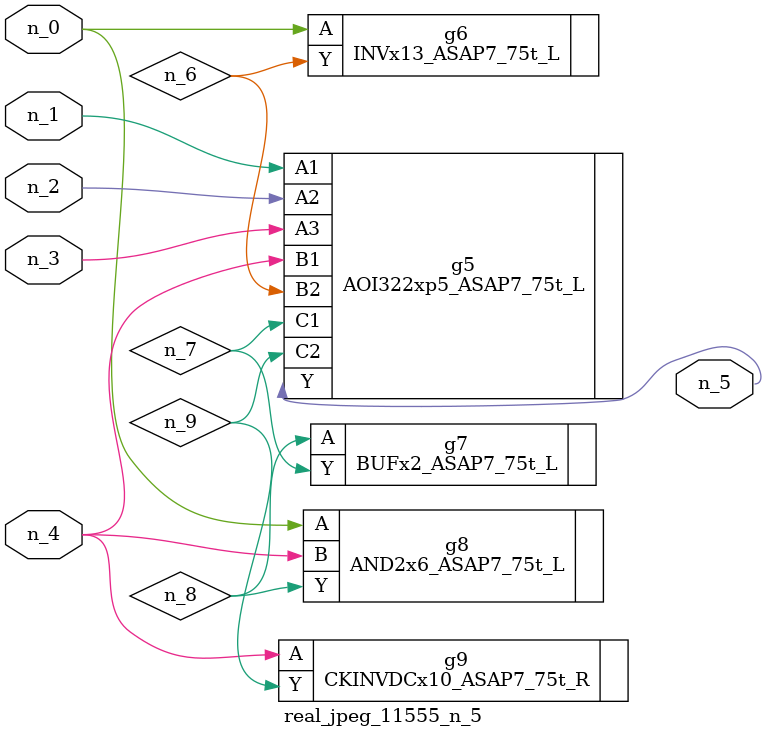
<source format=v>
module real_jpeg_11555_n_5 (n_4, n_0, n_1, n_2, n_3, n_5);

input n_4;
input n_0;
input n_1;
input n_2;
input n_3;

output n_5;

wire n_8;
wire n_6;
wire n_7;
wire n_9;

INVx13_ASAP7_75t_L g6 ( 
.A(n_0),
.Y(n_6)
);

AND2x6_ASAP7_75t_L g8 ( 
.A(n_0),
.B(n_4),
.Y(n_8)
);

AOI322xp5_ASAP7_75t_L g5 ( 
.A1(n_1),
.A2(n_2),
.A3(n_3),
.B1(n_4),
.B2(n_6),
.C1(n_7),
.C2(n_9),
.Y(n_5)
);

CKINVDCx10_ASAP7_75t_R g9 ( 
.A(n_4),
.Y(n_9)
);

BUFx2_ASAP7_75t_L g7 ( 
.A(n_8),
.Y(n_7)
);


endmodule
</source>
